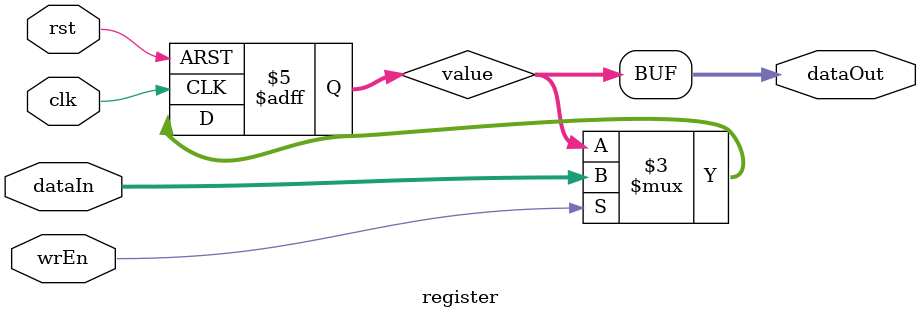
<source format=v>
module register 
#(parameter width = 12)  //default size of a register is 12
(   
    input [width-1:0]dataIn,
    input wrEn,rst,clk,
    output [width-1:0]dataOut
);

reg [width-1:0]value;

always @(posedge clk or negedge rst) begin
    if (~rst)
        value <= 0;
    else if (wrEn)
        value <= dataIn;
end

assign dataOut = value;  

endmodule //register
</source>
